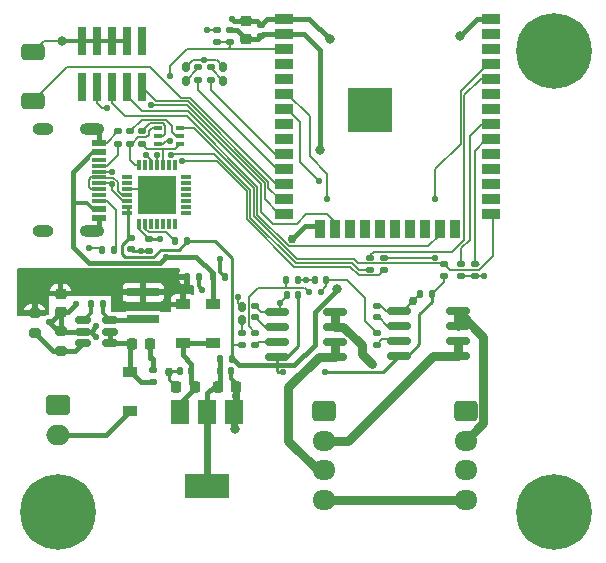
<source format=gbr>
%TF.GenerationSoftware,KiCad,Pcbnew,8.0.8*%
%TF.CreationDate,2025-02-03T14:39:09+00:00*%
%TF.ProjectId,stepper_monitor,73746570-7065-4725-9f6d-6f6e69746f72,rev?*%
%TF.SameCoordinates,Original*%
%TF.FileFunction,Copper,L1,Top*%
%TF.FilePolarity,Positive*%
%FSLAX46Y46*%
G04 Gerber Fmt 4.6, Leading zero omitted, Abs format (unit mm)*
G04 Created by KiCad (PCBNEW 8.0.8) date 2025-02-03 14:39:09*
%MOMM*%
%LPD*%
G01*
G04 APERTURE LIST*
G04 Aperture macros list*
%AMRoundRect*
0 Rectangle with rounded corners*
0 $1 Rounding radius*
0 $2 $3 $4 $5 $6 $7 $8 $9 X,Y pos of 4 corners*
0 Add a 4 corners polygon primitive as box body*
4,1,4,$2,$3,$4,$5,$6,$7,$8,$9,$2,$3,0*
0 Add four circle primitives for the rounded corners*
1,1,$1+$1,$2,$3*
1,1,$1+$1,$4,$5*
1,1,$1+$1,$6,$7*
1,1,$1+$1,$8,$9*
0 Add four rect primitives between the rounded corners*
20,1,$1+$1,$2,$3,$4,$5,0*
20,1,$1+$1,$4,$5,$6,$7,0*
20,1,$1+$1,$6,$7,$8,$9,0*
20,1,$1+$1,$8,$9,$2,$3,0*%
G04 Aperture macros list end*
%TA.AperFunction,SMDPad,CuDef*%
%ADD10RoundRect,0.140000X-0.140000X-0.170000X0.140000X-0.170000X0.140000X0.170000X-0.140000X0.170000X0*%
%TD*%
%TA.AperFunction,SMDPad,CuDef*%
%ADD11RoundRect,0.225000X0.225000X0.250000X-0.225000X0.250000X-0.225000X-0.250000X0.225000X-0.250000X0*%
%TD*%
%TA.AperFunction,SMDPad,CuDef*%
%ADD12RoundRect,0.140000X0.140000X0.170000X-0.140000X0.170000X-0.140000X-0.170000X0.140000X-0.170000X0*%
%TD*%
%TA.AperFunction,SMDPad,CuDef*%
%ADD13RoundRect,0.140000X0.170000X-0.140000X0.170000X0.140000X-0.170000X0.140000X-0.170000X-0.140000X0*%
%TD*%
%TA.AperFunction,SMDPad,CuDef*%
%ADD14RoundRect,0.140000X-0.170000X0.140000X-0.170000X-0.140000X0.170000X-0.140000X0.170000X0.140000X0*%
%TD*%
%TA.AperFunction,SMDPad,CuDef*%
%ADD15RoundRect,0.135000X-0.185000X0.135000X-0.185000X-0.135000X0.185000X-0.135000X0.185000X0.135000X0*%
%TD*%
%TA.AperFunction,SMDPad,CuDef*%
%ADD16RoundRect,0.135000X-0.135000X-0.185000X0.135000X-0.185000X0.135000X0.185000X-0.135000X0.185000X0*%
%TD*%
%TA.AperFunction,SMDPad,CuDef*%
%ADD17RoundRect,0.070000X-0.380000X0.070000X-0.380000X-0.070000X0.380000X-0.070000X0.380000X0.070000X0*%
%TD*%
%TA.AperFunction,SMDPad,CuDef*%
%ADD18RoundRect,0.070000X-0.070000X0.380000X-0.070000X-0.380000X0.070000X-0.380000X0.070000X0.380000X0*%
%TD*%
%TA.AperFunction,SMDPad,CuDef*%
%ADD19R,3.200000X3.200000*%
%TD*%
%TA.AperFunction,SMDPad,CuDef*%
%ADD20R,1.150000X0.300000*%
%TD*%
%TA.AperFunction,SMDPad,CuDef*%
%ADD21R,1.150000X0.600000*%
%TD*%
%TA.AperFunction,ComponentPad*%
%ADD22O,2.100000X1.000000*%
%TD*%
%TA.AperFunction,ComponentPad*%
%ADD23O,1.800000X1.000000*%
%TD*%
%TA.AperFunction,SMDPad,CuDef*%
%ADD24RoundRect,0.150000X0.825000X-0.150000X0.825000X0.150000X-0.825000X0.150000X-0.825000X-0.150000X0*%
%TD*%
%TA.AperFunction,ComponentPad*%
%ADD25RoundRect,0.250000X-0.725000X0.600000X-0.725000X-0.600000X0.725000X-0.600000X0.725000X0.600000X0*%
%TD*%
%TA.AperFunction,ComponentPad*%
%ADD26O,1.950000X1.700000*%
%TD*%
%TA.AperFunction,SMDPad,CuDef*%
%ADD27RoundRect,0.225000X-0.250000X0.225000X-0.250000X-0.225000X0.250000X-0.225000X0.250000X0.225000X0*%
%TD*%
%TA.AperFunction,SMDPad,CuDef*%
%ADD28R,1.200000X0.900000*%
%TD*%
%TA.AperFunction,SMDPad,CuDef*%
%ADD29R,1.500000X0.900000*%
%TD*%
%TA.AperFunction,SMDPad,CuDef*%
%ADD30R,0.900000X1.500000*%
%TD*%
%TA.AperFunction,SMDPad,CuDef*%
%ADD31R,0.900000X0.900000*%
%TD*%
%TA.AperFunction,HeatsinkPad*%
%ADD32C,0.600000*%
%TD*%
%TA.AperFunction,SMDPad,CuDef*%
%ADD33R,3.800000X3.800000*%
%TD*%
%TA.AperFunction,SMDPad,CuDef*%
%ADD34RoundRect,0.135000X0.135000X0.185000X-0.135000X0.185000X-0.135000X-0.185000X0.135000X-0.185000X0*%
%TD*%
%TA.AperFunction,SMDPad,CuDef*%
%ADD35R,1.500000X2.000000*%
%TD*%
%TA.AperFunction,SMDPad,CuDef*%
%ADD36R,3.800000X2.000000*%
%TD*%
%TA.AperFunction,SMDPad,CuDef*%
%ADD37RoundRect,0.150000X-0.512500X-0.150000X0.512500X-0.150000X0.512500X0.150000X-0.512500X0.150000X0*%
%TD*%
%TA.AperFunction,SMDPad,CuDef*%
%ADD38RoundRect,0.225000X-0.225000X-0.250000X0.225000X-0.250000X0.225000X0.250000X-0.225000X0.250000X0*%
%TD*%
%TA.AperFunction,SMDPad,CuDef*%
%ADD39RoundRect,0.350000X-0.650000X0.350000X-0.650000X-0.350000X0.650000X-0.350000X0.650000X0.350000X0*%
%TD*%
%TA.AperFunction,SMDPad,CuDef*%
%ADD40RoundRect,0.135000X0.185000X-0.135000X0.185000X0.135000X-0.185000X0.135000X-0.185000X-0.135000X0*%
%TD*%
%TA.AperFunction,SMDPad,CuDef*%
%ADD41RoundRect,0.160000X-0.160000X0.222500X-0.160000X-0.222500X0.160000X-0.222500X0.160000X0.222500X0*%
%TD*%
%TA.AperFunction,SMDPad,CuDef*%
%ADD42R,0.650000X0.400000*%
%TD*%
%TA.AperFunction,ComponentPad*%
%ADD43C,0.800000*%
%TD*%
%TA.AperFunction,ComponentPad*%
%ADD44C,6.400000*%
%TD*%
%TA.AperFunction,ComponentPad*%
%ADD45RoundRect,0.250000X-0.750000X0.600000X-0.750000X-0.600000X0.750000X-0.600000X0.750000X0.600000X0*%
%TD*%
%TA.AperFunction,ComponentPad*%
%ADD46O,2.000000X1.700000*%
%TD*%
%TA.AperFunction,SMDPad,CuDef*%
%ADD47R,2.700000X0.800000*%
%TD*%
%TA.AperFunction,SMDPad,CuDef*%
%ADD48RoundRect,0.200000X0.275000X-0.200000X0.275000X0.200000X-0.275000X0.200000X-0.275000X-0.200000X0*%
%TD*%
%TA.AperFunction,SMDPad,CuDef*%
%ADD49RoundRect,0.200000X-0.275000X0.200000X-0.275000X-0.200000X0.275000X-0.200000X0.275000X0.200000X0*%
%TD*%
%TA.AperFunction,SMDPad,CuDef*%
%ADD50R,0.740000X2.400000*%
%TD*%
%TA.AperFunction,ViaPad*%
%ADD51C,0.550000*%
%TD*%
%TA.AperFunction,ViaPad*%
%ADD52C,0.800000*%
%TD*%
%TA.AperFunction,ViaPad*%
%ADD53C,0.762000*%
%TD*%
%TA.AperFunction,Conductor*%
%ADD54C,0.406400*%
%TD*%
%TA.AperFunction,Conductor*%
%ADD55C,0.609600*%
%TD*%
%TA.AperFunction,Conductor*%
%ADD56C,0.152400*%
%TD*%
%TA.AperFunction,Conductor*%
%ADD57C,0.228600*%
%TD*%
%TA.AperFunction,Conductor*%
%ADD58C,0.304800*%
%TD*%
%TA.AperFunction,Conductor*%
%ADD59C,0.762000*%
%TD*%
G04 APERTURE END LIST*
D10*
%TO.P,C8,1*%
%TO.N,GND*%
X14286000Y12882400D03*
%TO.P,C8,2*%
%TO.N,Net-(D5-K)*%
X15246000Y12882400D03*
%TD*%
D11*
%TO.P,C10,1*%
%TO.N,GND*%
X19097000Y11587000D03*
%TO.P,C10,2*%
%TO.N,Net-(U3-VO)*%
X17547000Y11587000D03*
%TD*%
D12*
%TO.P,C11,1*%
%TO.N,GND*%
X18649600Y12907800D03*
%TO.P,C11,2*%
%TO.N,Net-(U3-VO)*%
X17689600Y12907800D03*
%TD*%
D13*
%TO.P,C4,1*%
%TO.N,GND*%
X11700000Y23120000D03*
%TO.P,C4,2*%
%TO.N,VBUS*%
X11700000Y24080000D03*
%TD*%
D14*
%TO.P,C7,1*%
%TO.N,+3V3*%
X10200000Y24180000D03*
%TO.P,C7,2*%
%TO.N,GND*%
X10200000Y23220000D03*
%TD*%
D15*
%TO.P,R6,1*%
%TO.N,Net-(D4-A)*%
X19594200Y16128800D03*
%TO.P,R6,2*%
%TO.N,+3V3*%
X19594200Y15108800D03*
%TD*%
%TO.P,R1,1*%
%TO.N,Net-(D1-A)*%
X15849600Y38616900D03*
%TO.P,R1,2*%
%TO.N,LED1*%
X15849600Y37596900D03*
%TD*%
%TO.P,R2,2*%
%TO.N,LED2*%
X16916400Y37596900D03*
%TO.P,R2,1*%
%TO.N,Net-(D2-A)*%
X16916400Y38616900D03*
%TD*%
D16*
%TO.P,R7,1*%
%TO.N,Net-(U2-~{RSTb})*%
X13890000Y23900000D03*
%TO.P,R7,2*%
%TO.N,+3V3*%
X14910000Y23900000D03*
%TD*%
D17*
%TO.P,U2,1,~{DCD}*%
%TO.N,unconnected-(U2-~{DCD}-Pad1)*%
X9853800Y29338284D03*
%TO.P,U2,2,~{RI}/CLK*%
%TO.N,unconnected-(U2-~{RI}{slash}CLK-Pad2)*%
X9853800Y28838284D03*
%TO.P,U2,3,GND*%
%TO.N,GND*%
X9853800Y28338284D03*
%TO.P,U2,4,D+*%
%TO.N,D+*%
X9853800Y27838284D03*
%TO.P,U2,5,D-*%
%TO.N,D-*%
X9853800Y27338284D03*
%TO.P,U2,6,VDD*%
%TO.N,+3V3*%
X9853800Y26838284D03*
%TO.P,U2,7,REGIN*%
X9853800Y26338284D03*
D18*
%TO.P,U2,8,VBUS*%
%TO.N,VBUS*%
X10853800Y25338284D03*
%TO.P,U2,9,~{RSTb}*%
%TO.N,Net-(U2-~{RSTb})*%
X11353800Y25338284D03*
%TO.P,U2,10,NC*%
%TO.N,unconnected-(U2-NC-Pad10)*%
X11853800Y25338284D03*
%TO.P,U2,11,~{SUSPENDb}*%
%TO.N,unconnected-(U2-~{SUSPENDb}-Pad11)*%
X12353800Y25338284D03*
%TO.P,U2,12,SUSPEND*%
%TO.N,unconnected-(U2-SUSPEND-Pad12)*%
X12853800Y25338284D03*
%TO.P,U2,13,CHREN*%
%TO.N,unconnected-(U2-CHREN-Pad13)*%
X13353800Y25338284D03*
%TO.P,U2,14,CHR1*%
%TO.N,unconnected-(U2-CHR1-Pad14)*%
X13853800Y25338284D03*
D17*
%TO.P,U2,15,CHR0*%
%TO.N,unconnected-(U2-CHR0-Pad15)*%
X14853800Y26338284D03*
%TO.P,U2,16,~{WAKEUP}/GPIO.3*%
%TO.N,unconnected-(U2-~{WAKEUP}{slash}GPIO.3-Pad16)*%
X14853800Y26838284D03*
%TO.P,U2,17,RS485/GPIO.2*%
%TO.N,unconnected-(U2-RS485{slash}GPIO.2-Pad17)*%
X14853800Y27338284D03*
%TO.P,U2,18,~{RXT}/GPIO.1*%
%TO.N,unconnected-(U2-~{RXT}{slash}GPIO.1-Pad18)*%
X14853800Y27838284D03*
%TO.P,U2,19,~{TXT}/GPIO.0*%
%TO.N,unconnected-(U2-~{TXT}{slash}GPIO.0-Pad19)*%
X14853800Y28338284D03*
%TO.P,U2,20,GPIO.6*%
%TO.N,unconnected-(U2-GPIO.6-Pad20)*%
X14853800Y28838284D03*
%TO.P,U2,21,GPIO.5*%
%TO.N,unconnected-(U2-GPIO.5-Pad21)*%
X14853800Y29338284D03*
D18*
%TO.P,U2,22,GPIO.4*%
%TO.N,unconnected-(U2-GPIO.4-Pad22)*%
X13853800Y30338284D03*
%TO.P,U2,23,~{CTS}*%
%TO.N,unconnected-(U2-~{CTS}-Pad23)*%
X13353800Y30338284D03*
%TO.P,U2,24,~{RTS}*%
%TO.N,RTS*%
X12853800Y30338284D03*
%TO.P,U2,25,RXD*%
%TO.N,Net-(U2-RXD)*%
X12353800Y30338284D03*
%TO.P,U2,26,TXD*%
%TO.N,Net-(U2-TXD)*%
X11853800Y30338284D03*
%TO.P,U2,27,~{DSR}*%
%TO.N,unconnected-(U2-~{DSR}-Pad27)*%
X11353800Y30338284D03*
%TO.P,U2,28,~{DTR}*%
%TO.N,DTR*%
X10853800Y30338284D03*
D19*
%TO.P,U2,29,GND*%
%TO.N,GND*%
X12353800Y27838284D03*
%TD*%
D20*
%TO.P,J4,A5,CC1*%
%TO.N,Net-(J4-CC1)*%
X7454600Y30307400D03*
%TO.P,J4,A6,D+*%
%TO.N,D+*%
X7454600Y29307400D03*
%TO.P,J4,A7,D-*%
%TO.N,D-*%
X7454600Y28807400D03*
%TO.P,J4,A8,SBU1*%
%TO.N,unconnected-(J4-SBU1-PadA8)*%
X7454600Y27807400D03*
%TO.P,J4,B5,CC2*%
%TO.N,Net-(J4-CC2)*%
X7454600Y27307400D03*
%TO.P,J4,B6,D+*%
%TO.N,D+*%
X7454600Y28307400D03*
%TO.P,J4,B7,D-*%
%TO.N,D-*%
X7454600Y29807400D03*
%TO.P,J4,B8,SBU2*%
%TO.N,unconnected-(J4-SBU2-PadB8)*%
X7454600Y30807400D03*
D21*
%TO.P,J4,G,GND*%
%TO.N,GND*%
X7454600Y32257400D03*
X7454600Y25857400D03*
D22*
%TO.P,J4,SHLD,SHLD*%
X6889600Y33377400D03*
D23*
X2709600Y33377400D03*
D22*
X6889600Y24737400D03*
D23*
X2709600Y24737400D03*
D21*
%TO.P,J4,VB,VBUS*%
%TO.N,VBUS*%
X7454600Y31457400D03*
X7454600Y26657400D03*
%TD*%
D15*
%TO.P,R4,1*%
%TO.N,GND*%
X9067800Y33199800D03*
%TO.P,R4,2*%
%TO.N,Net-(J4-CC1)*%
X9067800Y32179800D03*
%TD*%
D16*
%TO.P,R5,1*%
%TO.N,GND*%
X7690000Y23200000D03*
%TO.P,R5,2*%
%TO.N,Net-(J4-CC2)*%
X8710000Y23200000D03*
%TD*%
D10*
%TO.P,C14,1*%
%TO.N,GND*%
X34659000Y19428800D03*
%TO.P,C14,2*%
%TO.N,+3V3*%
X35619000Y19428800D03*
%TD*%
D24*
%TO.P,U4,1,+*%
%TO.N,Net-(J1-Pin_2)*%
X37817200Y14196400D03*
%TO.P,U4,2,+*%
X37817200Y15466400D03*
%TO.P,U4,3,-*%
%TO.N,Net-(J2-Pin_2)*%
X37817200Y16736400D03*
%TO.P,U4,4,-*%
X37817200Y18006400D03*
%TO.P,U4,5,GND*%
%TO.N,GND*%
X32867200Y18006400D03*
%TO.P,U4,6,NC*%
%TO.N,Net-(U4-NC)*%
X32867200Y16736400D03*
%TO.P,U4,7,VIOUT*%
%TO.N,Net-(U4-VIOUT)*%
X32867200Y15466400D03*
%TO.P,U4,8,VCC*%
%TO.N,+3V3*%
X32867200Y14196400D03*
%TD*%
D15*
%TO.P,R17,1*%
%TO.N,CFG1*%
X39274800Y21946000D03*
%TO.P,R17,2*%
%TO.N,GND*%
X39274800Y20926000D03*
%TD*%
D14*
%TO.P,C15,1*%
%TO.N,GND*%
X30998800Y18410200D03*
%TO.P,C15,2*%
%TO.N,Net-(U4-NC)*%
X30998800Y17450200D03*
%TD*%
D15*
%TO.P,R19,1*%
%TO.N,CHB*%
X30998800Y16179600D03*
%TO.P,R19,2*%
%TO.N,Net-(U4-VIOUT)*%
X30998800Y15159600D03*
%TD*%
D25*
%TO.P,J1,1,Pin_1*%
%TO.N,Net-(J1-Pin_1)*%
X26500000Y9500000D03*
D26*
%TO.P,J1,2,Pin_2*%
%TO.N,Net-(J1-Pin_2)*%
X26500000Y7000000D03*
%TO.P,J1,3,Pin_3*%
%TO.N,Net-(J1-Pin_3)*%
X26500000Y4500000D03*
%TO.P,J1,4,Pin_4*%
%TO.N,Net-(J1-Pin_4)*%
X26500000Y2000000D03*
%TD*%
D27*
%TO.P,C12,1*%
%TO.N,GND*%
X19900000Y42575000D03*
%TO.P,C12,2*%
%TO.N,+3V3*%
X19900000Y41025000D03*
%TD*%
D28*
%TO.P,D6,1,K*%
%TO.N,Net-(D5-K)*%
X14565000Y15254200D03*
%TO.P,D6,2,A*%
%TO.N,/Vout*%
X14565000Y18554200D03*
%TD*%
D29*
%TO.P,U7,1,GND*%
%TO.N,GND*%
X23150000Y42720000D03*
%TO.P,U7,2,VDD*%
%TO.N,+3V3*%
X23150000Y41450000D03*
%TO.P,U7,3,EN*%
%TO.N,EN*%
X23150000Y40180000D03*
%TO.P,U7,4,SENSOR_VP*%
%TO.N,unconnected-(U7-SENSOR_VP-Pad4)*%
X23150000Y38910000D03*
%TO.P,U7,5,SENSOR_VN*%
%TO.N,unconnected-(U7-SENSOR_VN-Pad5)*%
X23150000Y37640000D03*
%TO.P,U7,6,IO34*%
%TO.N,CHA*%
X23150000Y36370000D03*
%TO.P,U7,7,IO35*%
%TO.N,CHB*%
X23150000Y35100000D03*
%TO.P,U7,8,IO32*%
%TO.N,unconnected-(U7-IO32-Pad8)*%
X23150000Y33830000D03*
%TO.P,U7,9,IO33*%
%TO.N,unconnected-(U7-IO33-Pad9)*%
X23150000Y32560000D03*
%TO.P,U7,10,IO25*%
%TO.N,LED2*%
X23150000Y31290000D03*
%TO.P,U7,11,IO26*%
%TO.N,LED1*%
X23150000Y30020000D03*
%TO.P,U7,12,IO27*%
%TO.N,SWITCH*%
X23150000Y28750000D03*
%TO.P,U7,13,IO14*%
%TO.N,ESP_TMS*%
X23150000Y27480000D03*
%TO.P,U7,14,IO12*%
%TO.N,ESP_TDI*%
X23150000Y26210000D03*
D30*
%TO.P,U7,15,GND*%
%TO.N,GND*%
X26190000Y24960000D03*
%TO.P,U7,16,IO13*%
%TO.N,ESP_TCK*%
X27460000Y24960000D03*
%TO.P,U7,17,NC*%
%TO.N,unconnected-(U7-NC-Pad17)*%
X28730000Y24960000D03*
%TO.P,U7,18,NC*%
%TO.N,unconnected-(U7-NC-Pad18)*%
X30000000Y24960000D03*
%TO.P,U7,19,NC*%
%TO.N,unconnected-(U7-NC-Pad19)*%
X31270000Y24960000D03*
%TO.P,U7,20,NC*%
%TO.N,unconnected-(U7-NC-Pad20)*%
X32540000Y24960000D03*
%TO.P,U7,21,NC*%
%TO.N,unconnected-(U7-NC-Pad21)*%
X33810000Y24960000D03*
%TO.P,U7,22,NC*%
%TO.N,unconnected-(U7-NC-Pad22)*%
X35080000Y24960000D03*
%TO.P,U7,23,IO15*%
%TO.N,ESP_TDO*%
X36350000Y24960000D03*
%TO.P,U7,24,IO2*%
%TO.N,unconnected-(U7-IO2-Pad24)*%
X37620000Y24960000D03*
D29*
%TO.P,U7,25,IO0*%
%TO.N,IO0*%
X40650000Y26210000D03*
%TO.P,U7,26,IO4*%
%TO.N,unconnected-(U7-IO4-Pad26)*%
X40650000Y27480000D03*
%TO.P,U7,27,NC*%
%TO.N,unconnected-(U7-NC-Pad27)*%
X40650000Y28750000D03*
%TO.P,U7,28,IO17*%
%TO.N,unconnected-(U7-IO17-Pad28)*%
X40650000Y30020000D03*
%TO.P,U7,29,IO5*%
%TO.N,unconnected-(U7-IO5-Pad29)*%
X40650000Y31290000D03*
%TO.P,U7,30,IO18*%
%TO.N,CFG1*%
X40650000Y32560000D03*
%TO.P,U7,31,IO19*%
%TO.N,CFG2*%
X40650000Y33830000D03*
%TO.P,U7,32,NC*%
%TO.N,unconnected-(U7-NC-Pad32)*%
X40650000Y35100000D03*
%TO.P,U7,33,IO21*%
%TO.N,unconnected-(U7-IO21-Pad33)*%
X40650000Y36370000D03*
%TO.P,U7,34,RXD0/IO3*%
%TO.N,RXD0*%
X40650000Y37640000D03*
%TO.P,U7,35,TXD0/IO1*%
%TO.N,TXD0*%
X40650000Y38910000D03*
%TO.P,U7,36,IO22*%
%TO.N,unconnected-(U7-IO22-Pad36)*%
X40650000Y40180000D03*
%TO.P,U7,37,IO23*%
%TO.N,unconnected-(U7-IO23-Pad37)*%
X40650000Y41450000D03*
%TO.P,U7,38,GND*%
%TO.N,GND*%
X40650000Y42720000D03*
D31*
%TO.P,U7,39,GND*%
X29000000Y36400000D03*
D32*
X29000000Y35700000D03*
D31*
X29000000Y35000000D03*
D32*
X29000000Y34300000D03*
D31*
X29000000Y33600000D03*
D32*
X29700000Y36400000D03*
X29700000Y35000000D03*
X29700000Y33600000D03*
X30375000Y35700000D03*
X30375000Y34300000D03*
D31*
X30400000Y36400000D03*
X30400000Y35000000D03*
D33*
X30400000Y35000000D03*
D31*
X30400000Y33600000D03*
D32*
X31100000Y36400000D03*
X31100000Y35000000D03*
X31100000Y33600000D03*
D31*
X31800000Y36400000D03*
D32*
X31800000Y35700000D03*
D31*
X31800000Y35000000D03*
D32*
X31800000Y34300000D03*
D31*
X31800000Y33600000D03*
%TD*%
D10*
%TO.P,C2,1*%
%TO.N,/CB*%
X6820000Y18600000D03*
%TO.P,C2,2*%
%TO.N,/5V*%
X7780000Y18600000D03*
%TD*%
D34*
%TO.P,R16,1*%
%TO.N,+3V3*%
X18705000Y13898400D03*
%TO.P,R16,2*%
%TO.N,Net-(U3-VO)*%
X17685000Y13898400D03*
%TD*%
D35*
%TO.P,U3,1,GND*%
%TO.N,GND*%
X18920200Y9480000D03*
D36*
%TO.P,U3,2,VO*%
%TO.N,Net-(U3-VO)*%
X16620200Y3180000D03*
D35*
X16620200Y9480000D03*
%TO.P,U3,3,VI*%
%TO.N,Net-(D5-K)*%
X14320200Y9480000D03*
%TD*%
D14*
%TO.P,C9,1*%
%TO.N,GND*%
X17452600Y41777800D03*
%TO.P,C9,2*%
%TO.N,EN*%
X17452600Y40817800D03*
%TD*%
D34*
%TO.P,R8,1*%
%TO.N,GND*%
X15910000Y20900000D03*
%TO.P,R8,2*%
%TO.N,/Vout*%
X14890000Y20900000D03*
%TD*%
D37*
%TO.P,U1,1,CB*%
%TO.N,/CB*%
X6112500Y17200000D03*
%TO.P,U1,2,GND*%
%TO.N,GND*%
X6112500Y16250000D03*
%TO.P,U1,3,FB*%
%TO.N,/FB*%
X6112500Y15300000D03*
%TO.P,U1,4,EN*%
%TO.N,/VIN*%
X8387500Y15300000D03*
%TO.P,U1,5,VIN*%
X8387500Y16250000D03*
%TO.P,U1,6,SW*%
%TO.N,/5V*%
X8387500Y17200000D03*
%TD*%
D14*
%TO.P,C18,1*%
%TO.N,GND*%
X20686400Y18435600D03*
%TO.P,C18,2*%
%TO.N,Net-(U5-NC)*%
X20686400Y17475600D03*
%TD*%
D27*
%TO.P,C3,1*%
%TO.N,/Vout*%
X4200000Y19475000D03*
%TO.P,C3,2*%
%TO.N,GND*%
X4200000Y17925000D03*
%TD*%
D12*
%TO.P,C16,1*%
%TO.N,CHB*%
X26673800Y20600000D03*
%TO.P,C16,2*%
%TO.N,GND*%
X25713800Y20600000D03*
%TD*%
D15*
%TO.P,R18,1*%
%TO.N,CFG2*%
X38106400Y21946000D03*
%TO.P,R18,2*%
%TO.N,GND*%
X38106400Y20926000D03*
%TD*%
%TO.P,R15,1*%
%TO.N,RXD0*%
X30405800Y22525000D03*
%TO.P,R15,2*%
%TO.N,Net-(U2-TXD)*%
X30405800Y21505000D03*
%TD*%
D38*
%TO.P,C1,1*%
%TO.N,/VIN*%
X10225000Y15200000D03*
%TO.P,C1,2*%
%TO.N,GND*%
X11775000Y15200000D03*
%TD*%
D39*
%TO.P,SW1,1,1*%
%TO.N,GND*%
X1879600Y39943800D03*
%TO.P,SW1,2,2*%
%TO.N,SWITCH*%
X1879600Y35743800D03*
%TD*%
D28*
%TO.P,D3,1,K*%
%TO.N,/VIN*%
X10100000Y12850000D03*
%TO.P,D3,2,A*%
%TO.N,Net-(D3-A)*%
X10100000Y9550000D03*
%TD*%
D15*
%TO.P,R11,1*%
%TO.N,Net-(Q1B-B2)*%
X11099800Y33199800D03*
%TO.P,R11,2*%
%TO.N,RTS*%
X11099800Y32179800D03*
%TD*%
D40*
%TO.P,R3,1*%
%TO.N,/VIN*%
X12000000Y11990000D03*
%TO.P,R3,2*%
%TO.N,GND*%
X12000000Y13010000D03*
%TD*%
D41*
%TO.P,D1,1,K*%
%TO.N,GND*%
X14808200Y38654000D03*
%TO.P,D1,2,A*%
%TO.N,Net-(D1-A)*%
X14808200Y37509000D03*
%TD*%
D40*
%TO.P,R12,1*%
%TO.N,EN*%
X18570200Y40790000D03*
%TO.P,R12,2*%
%TO.N,+3V3*%
X18570200Y41810000D03*
%TD*%
D15*
%TO.P,R14,1*%
%TO.N,TXD0*%
X31625000Y22525000D03*
%TO.P,R14,2*%
%TO.N,Net-(U2-RXD)*%
X31625000Y21505000D03*
%TD*%
D13*
%TO.P,C13,1*%
%TO.N,+3V3*%
X21200000Y41280000D03*
%TO.P,C13,2*%
%TO.N,GND*%
X21200000Y42240000D03*
%TD*%
D42*
%TO.P,Q1,1,E1*%
%TO.N,RTS*%
X14335800Y32166800D03*
%TO.P,Q1,2,B1*%
%TO.N,Net-(Q1A-B1)*%
X14335800Y32816800D03*
%TO.P,Q1,3,C2*%
%TO.N,IO0*%
X14335800Y33466800D03*
%TO.P,Q1,4,E2*%
%TO.N,DTR*%
X12435800Y33466800D03*
%TO.P,Q1,5,B2*%
%TO.N,Net-(Q1B-B2)*%
X12435800Y32816800D03*
%TO.P,Q1,6,C1*%
%TO.N,EN*%
X12435800Y32166800D03*
%TD*%
D41*
%TO.P,D4,1,K*%
%TO.N,GND*%
X19594200Y18350300D03*
%TO.P,D4,2,A*%
%TO.N,Net-(D4-A)*%
X19594200Y17205300D03*
%TD*%
D34*
%TO.P,R9,1*%
%TO.N,GND*%
X18110000Y20900000D03*
%TO.P,R9,2*%
%TO.N,VBUS*%
X17090000Y20900000D03*
%TD*%
D15*
%TO.P,R20,1*%
%TO.N,CHA*%
X20686400Y16154200D03*
%TO.P,R20,2*%
%TO.N,Net-(U5-VIOUT)*%
X20686400Y15134200D03*
%TD*%
D43*
%TO.P,H3,1*%
%TO.N,N/C*%
X43600000Y40000000D03*
X44302944Y41697056D03*
X44302944Y38302944D03*
X46000000Y42400000D03*
D44*
X46000000Y40000000D03*
D43*
X46000000Y37600000D03*
X47697056Y41697056D03*
X47697056Y38302944D03*
X48400000Y40000000D03*
%TD*%
D41*
%TO.P,D2,1,K*%
%TO.N,GND*%
X17992100Y38657900D03*
%TO.P,D2,2,A*%
%TO.N,Net-(D2-A)*%
X17992100Y37512900D03*
%TD*%
D45*
%TO.P,J3,1,Pin_1*%
%TO.N,GND*%
X4000000Y10000000D03*
D46*
%TO.P,J3,2,Pin_2*%
%TO.N,Net-(D3-A)*%
X4000000Y7500000D03*
%TD*%
D24*
%TO.P,U5,1,+*%
%TO.N,Net-(J1-Pin_3)*%
X27479400Y14145600D03*
%TO.P,U5,2,+*%
X27479400Y15415600D03*
%TO.P,U5,3,-*%
%TO.N,Net-(J2-Pin_3)*%
X27479400Y16685600D03*
%TO.P,U5,4,-*%
X27479400Y17955600D03*
%TO.P,U5,5,GND*%
%TO.N,GND*%
X22529400Y17955600D03*
%TO.P,U5,6,NC*%
%TO.N,Net-(U5-NC)*%
X22529400Y16685600D03*
%TO.P,U5,7,VIOUT*%
%TO.N,Net-(U5-VIOUT)*%
X22529400Y15415600D03*
%TO.P,U5,8,VCC*%
%TO.N,+3V3*%
X22529400Y14145600D03*
%TD*%
D47*
%TO.P,L1,1*%
%TO.N,/5V*%
X11200000Y17300000D03*
%TO.P,L1,2*%
%TO.N,/Vout*%
X11200000Y19600000D03*
%TD*%
D10*
%TO.P,C19,1*%
%TO.N,CHA*%
X23326200Y20600000D03*
%TO.P,C19,2*%
%TO.N,GND*%
X24286200Y20600000D03*
%TD*%
%TO.P,C17,1*%
%TO.N,GND*%
X23356000Y19327200D03*
%TO.P,C17,2*%
%TO.N,+3V3*%
X24316000Y19327200D03*
%TD*%
D48*
%TO.P,R22,1*%
%TO.N,/FB*%
X4200000Y14625000D03*
%TO.P,R22,2*%
%TO.N,GND*%
X4200000Y16275000D03*
%TD*%
D38*
%TO.P,C6,1*%
%TO.N,GND*%
X14016400Y11561600D03*
%TO.P,C6,2*%
%TO.N,Net-(D5-K)*%
X15566400Y11561600D03*
%TD*%
D43*
%TO.P,H4,1*%
%TO.N,N/C*%
X43600000Y1000000D03*
X44302944Y2697056D03*
X44302944Y-697056D03*
X46000000Y3400000D03*
D44*
X46000000Y1000000D03*
D43*
X46000000Y-1400000D03*
X47697056Y2697056D03*
X47697056Y-697056D03*
X48400000Y1000000D03*
%TD*%
D49*
%TO.P,R21,1*%
%TO.N,/Vout*%
X2000000Y17825000D03*
%TO.P,R21,2*%
%TO.N,/FB*%
X2000000Y16175000D03*
%TD*%
D43*
%TO.P,H2,1*%
%TO.N,N/C*%
X1600000Y1000000D03*
X2302944Y2697056D03*
X2302944Y-697056D03*
X4000000Y3400000D03*
D44*
X4000000Y1000000D03*
D43*
X4000000Y-1400000D03*
X5697056Y2697056D03*
X5697056Y-697056D03*
X6400000Y1000000D03*
%TD*%
D15*
%TO.P,R13,1*%
%TO.N,IO0*%
X36684000Y21946000D03*
%TO.P,R13,2*%
%TO.N,+3V3*%
X36684000Y20926000D03*
%TD*%
D40*
%TO.P,R10,1*%
%TO.N,DTR*%
X10083800Y32179800D03*
%TO.P,R10,2*%
%TO.N,Net-(Q1A-B1)*%
X10083800Y33199800D03*
%TD*%
D50*
%TO.P,J5,1,Pin_1*%
%TO.N,unconnected-(J5-Pin_1-Pad1)*%
X11074400Y40835200D03*
%TO.P,J5,2,Pin_2*%
%TO.N,ESP_TMS*%
X11074400Y36935200D03*
%TO.P,J5,3,Pin_3*%
%TO.N,GND*%
X9804400Y40835200D03*
%TO.P,J5,4,Pin_4*%
%TO.N,ESP_TCK*%
X9804400Y36935200D03*
%TO.P,J5,5,Pin_5*%
%TO.N,GND*%
X8534400Y40835200D03*
%TO.P,J5,6,Pin_6*%
%TO.N,ESP_TDO*%
X8534400Y36935200D03*
%TO.P,J5,7,Pin_7*%
%TO.N,GND*%
X7264400Y40835200D03*
%TO.P,J5,8,Pin_8*%
%TO.N,ESP_TDI*%
X7264400Y36935200D03*
%TO.P,J5,9,Pin_9*%
%TO.N,GND*%
X5994400Y40835200D03*
%TO.P,J5,10,Pin_10*%
%TO.N,unconnected-(J5-Pin_10-Pad10)*%
X5994400Y36935200D03*
%TD*%
D28*
%TO.P,D5,1,K*%
%TO.N,Net-(D5-K)*%
X17079600Y15254200D03*
%TO.P,D5,2,A*%
%TO.N,VBUS*%
X17079600Y18554200D03*
%TD*%
D25*
%TO.P,J2,1,Pin_1*%
%TO.N,Net-(J1-Pin_1)*%
X38500000Y9500000D03*
D26*
%TO.P,J2,2,Pin_2*%
%TO.N,Net-(J2-Pin_2)*%
X38500000Y7000000D03*
%TO.P,J2,3,Pin_3*%
%TO.N,Net-(J2-Pin_3)*%
X38500000Y4500000D03*
%TO.P,J2,4,Pin_4*%
%TO.N,Net-(J1-Pin_4)*%
X38500000Y2000000D03*
%TD*%
D51*
%TO.N,+3V3*%
X26630000Y12801600D03*
D52*
X27595200Y19862800D03*
D51*
X23000000Y12827000D03*
D52*
X26200000Y31600000D03*
D53*
%TO.N,Net-(J2-Pin_3)*%
X30589400Y13510600D03*
X29728800Y14475800D03*
D51*
%TO.N,Net-(U2-RXD)*%
X14478000Y30683200D03*
X12353800Y31200000D03*
%TO.N,Net-(U2-TXD)*%
X11400000Y31250000D03*
X13550000Y31200000D03*
%TO.N,VBUS*%
X12600000Y24100000D03*
X13100000Y22600000D03*
%TO.N,EN*%
X13462000Y37875000D03*
X13436600Y32410400D03*
%TO.N,D-*%
X8534400Y28725200D03*
X8534400Y29792000D03*
%TO.N,ESP_TDI*%
X8100000Y35200000D03*
X11868000Y35429402D03*
%TO.N,TXD0*%
X35900000Y22527400D03*
X35900000Y27500000D03*
%TO.N,CHB*%
X26250000Y19650000D03*
X26100000Y29000000D03*
%TO.N,CHA*%
X25200000Y19600000D03*
X26800000Y27500000D03*
%TO.N,GND*%
X11900000Y14000000D03*
X11000000Y23120000D03*
X5500000Y18600000D03*
X11303000Y28930600D03*
X13436600Y28930600D03*
D53*
X34046600Y18819400D03*
D52*
X18931600Y7980200D03*
D51*
X18750000Y42750000D03*
X7200000Y15800000D03*
X16200000Y19800000D03*
X16639600Y41780600D03*
X19264000Y19177000D03*
X12319000Y27838400D03*
X13436600Y26797000D03*
D52*
X38000000Y41250000D03*
D51*
X16383000Y39243000D03*
X6600000Y23300000D03*
D53*
X23800000Y24100000D03*
X19058600Y10799600D03*
D52*
X4318000Y40866400D03*
D51*
X17700000Y22400000D03*
X25000000Y20600000D03*
X3200000Y17100000D03*
X7200000Y16700000D03*
D53*
X13394400Y12857000D03*
D51*
X40036800Y20928000D03*
D52*
X27000000Y41000000D03*
D51*
X22794400Y18692400D03*
X11303000Y26797000D03*
%TD*%
D54*
%TO.N,Net-(U3-VO)*%
X17689600Y11729600D02*
X17547000Y11587000D01*
X16620200Y11028200D02*
X16620200Y9480000D01*
X17547000Y11587000D02*
X17179000Y11587000D01*
X17689600Y12907800D02*
X17689600Y11729600D01*
X17659600Y12937800D02*
X17689600Y12907800D01*
X17179000Y11587000D02*
X16620200Y11028200D01*
D55*
X16620200Y9480000D02*
X16620200Y3180000D01*
D54*
X17659600Y14000000D02*
X17659600Y12937800D01*
D56*
%TO.N,Net-(U4-NC)*%
X31862400Y16736400D02*
X32867200Y16736400D01*
X30998800Y17450200D02*
X31148600Y17450200D01*
X31148600Y17450200D02*
X31862400Y16736400D01*
%TO.N,Net-(U5-NC)*%
X20686400Y17475600D02*
X21476400Y16685600D01*
X21476400Y16685600D02*
X22529400Y16685600D01*
%TO.N,Net-(D1-A)*%
X15849600Y38616900D02*
X15849600Y38550400D01*
X15849600Y38550400D02*
X14808200Y37509000D01*
%TO.N,Net-(D2-A)*%
X16950700Y38554300D02*
X17992100Y37512900D01*
X16950700Y38616000D02*
X16950700Y38554300D01*
D54*
%TO.N,Net-(D3-A)*%
X8050000Y7500000D02*
X10100000Y9550000D01*
X4000000Y7500000D02*
X8050000Y7500000D01*
D55*
X4500000Y7500000D02*
X4000000Y7500000D01*
D56*
%TO.N,Net-(D4-A)*%
X19594200Y17205300D02*
X19594200Y16128800D01*
D57*
%TO.N,+3V3*%
X32867200Y14162000D02*
X31506800Y12801600D01*
X22642200Y12827000D02*
X22529400Y12939800D01*
X23000000Y12827000D02*
X22642200Y12827000D01*
D54*
X21370000Y41450000D02*
X21200000Y41280000D01*
D57*
X9980000Y24180000D02*
X9400000Y23600000D01*
D54*
X19900000Y41025000D02*
X20945000Y41025000D01*
D58*
X18705600Y41810000D02*
X18570200Y41810000D01*
D57*
X22529400Y12939800D02*
X22529400Y14145600D01*
X34580200Y15189200D02*
X34580200Y17727000D01*
D56*
X18705200Y15108800D02*
X19594200Y15108800D01*
D54*
X26200000Y31600000D02*
X26200000Y40084800D01*
D56*
X36684000Y20549600D02*
X36684000Y20926000D01*
D57*
X9400000Y23600000D02*
X9400000Y22800000D01*
X9903800Y24476200D02*
X9903800Y26838284D01*
D54*
X18705200Y14020800D02*
X19314800Y13411200D01*
D58*
X32867200Y14196400D02*
X33587400Y14196400D01*
D54*
X19314800Y13411200D02*
X23963000Y13411200D01*
X27595200Y19812000D02*
X27595200Y19862800D01*
D57*
X9400000Y22800000D02*
X9626700Y22573300D01*
X34580200Y17727000D02*
X35619000Y18765800D01*
X24316000Y15057800D02*
X24316000Y19327200D01*
D56*
X22529400Y14145600D02*
X23403800Y14145600D01*
D57*
X10200000Y24180000D02*
X9903800Y24476200D01*
D54*
X25715600Y17932400D02*
X27595200Y19812000D01*
X26200000Y40084800D02*
X24806800Y41478000D01*
D57*
X12042340Y22573300D02*
X12669040Y23200000D01*
X9626700Y22573300D02*
X12042340Y22573300D01*
X10200000Y24180000D02*
X9980000Y24180000D01*
X35619000Y18765800D02*
X35619000Y19428800D01*
D54*
X23150000Y41450000D02*
X21370000Y41450000D01*
D57*
X18705200Y22479000D02*
X17284200Y23900000D01*
D58*
X23150000Y41450000D02*
X23084200Y41515800D01*
D54*
X20945000Y41025000D02*
X21200000Y41280000D01*
D57*
X31506800Y12801600D02*
X26630000Y12801600D01*
D54*
X19115000Y41810000D02*
X19900000Y41025000D01*
D57*
X17284200Y23900000D02*
X14910000Y23900000D01*
X12669040Y23200000D02*
X14210000Y23200000D01*
D56*
X35619000Y19428800D02*
X36713800Y20523600D01*
D54*
X24806800Y41478000D02*
X23400400Y41478000D01*
X23963000Y13411200D02*
X25715600Y15163800D01*
X18570200Y41810000D02*
X19115000Y41810000D01*
X25715600Y15163800D02*
X25715600Y17932400D01*
D57*
X33587400Y14196400D02*
X34580200Y15189200D01*
X14210000Y23200000D02*
X14910000Y23900000D01*
X18705200Y14020800D02*
X18705200Y22479000D01*
X32867200Y14196400D02*
X32867200Y14162000D01*
X23403800Y14145600D02*
X24316000Y15057800D01*
D59*
%TO.N,Net-(J1-Pin_2)*%
X28500000Y7000000D02*
X35696400Y14196400D01*
X37817200Y15466400D02*
X37817200Y14196400D01*
X37817200Y14196400D02*
X35696400Y14196400D01*
X26500000Y7000000D02*
X28500000Y7000000D01*
%TO.N,Net-(J1-Pin_3)*%
X23500000Y7000000D02*
X26000000Y4500000D01*
X26000000Y4500000D02*
X26500000Y4500000D01*
X23500000Y11600000D02*
X23500000Y7000000D01*
X27479400Y15415600D02*
X27479400Y14145600D01*
X26045600Y14145600D02*
X23500000Y11600000D01*
X27479400Y14145600D02*
X26045600Y14145600D01*
%TO.N,Net-(J1-Pin_4)*%
X26500000Y2000000D02*
X38500000Y2000000D01*
%TO.N,Net-(J2-Pin_2)*%
X40008400Y8508400D02*
X40008400Y15815200D01*
X40008400Y15815200D02*
X37817200Y18006400D01*
X38500000Y7000000D02*
X40008400Y8508400D01*
X37817200Y18006400D02*
X37817200Y16736400D01*
%TO.N,Net-(J2-Pin_3)*%
X30589400Y13510600D02*
X29700000Y14400000D01*
X29700000Y15136474D02*
X28150874Y16685600D01*
X27479400Y17955600D02*
X27479400Y16685600D01*
X28150874Y16685600D02*
X27479400Y16685600D01*
X29700000Y14400000D02*
X29700000Y15136474D01*
D56*
%TO.N,Net-(J4-CC1)*%
X9067800Y31238400D02*
X9067800Y32179800D01*
X7454600Y30307400D02*
X8136800Y30307400D01*
X8136800Y30307400D02*
X9067800Y31238400D01*
%TO.N,Net-(J4-CC2)*%
X8910000Y26534200D02*
X8910000Y23400000D01*
X8910000Y23400000D02*
X8710000Y23200000D01*
X8136800Y27307400D02*
X8910000Y26534200D01*
X7454600Y27307400D02*
X8136800Y27307400D01*
%TO.N,Net-(Q1A-B1)*%
X13119045Y34199701D02*
X11083701Y34199701D01*
X11083701Y34199701D02*
X10083800Y33199800D01*
X14335800Y32816800D02*
X14003600Y32816800D01*
X13665200Y33653546D02*
X13119045Y34199701D01*
X14003600Y32816800D02*
X13665200Y33155200D01*
X13665200Y33155200D02*
X13665200Y33653546D01*
%TO.N,Net-(Q1B-B2)*%
X13081000Y32984600D02*
X12913200Y32816800D01*
X11795400Y33895400D02*
X12866000Y33895400D01*
X11099800Y33199800D02*
X11795400Y33895400D01*
X13081000Y33680400D02*
X13081000Y32984600D01*
X12866000Y33895400D02*
X13081000Y33680400D01*
X12913200Y32816800D02*
X12435800Y32816800D01*
%TO.N,Net-(U2-~{RSTb})*%
X11658176Y24659684D02*
X13130316Y24659684D01*
X11353800Y24964060D02*
X11658176Y24659684D01*
X13130316Y24659684D02*
X13890000Y23900000D01*
X11353800Y25388284D02*
X11353800Y24964060D01*
%TO.N,Net-(U2-RXD)*%
X28732850Y21765400D02*
X23979339Y21765400D01*
X12353800Y30338284D02*
X12353800Y31251400D01*
X29491850Y21006400D02*
X28732850Y21765400D01*
X19960600Y25784139D02*
X19960600Y28146244D01*
X17423644Y30683200D02*
X14478000Y30683200D01*
X19960600Y28146244D02*
X17423644Y30683200D01*
X31625000Y21505000D02*
X31126400Y21006400D01*
X31126400Y21006400D02*
X29491850Y21006400D01*
X23979339Y21765400D02*
X19960600Y25784139D01*
%TO.N,Net-(U2-TXD)*%
X20265400Y28272496D02*
X17219696Y31318200D01*
X11853800Y30338284D02*
X11853800Y30818095D01*
X17219696Y31318200D02*
X13512800Y31318200D01*
X29452948Y21505000D02*
X28887748Y22070200D01*
X11853800Y30818095D02*
X11392093Y31279802D01*
X28887748Y22070200D02*
X24105591Y22070200D01*
X20265400Y25910391D02*
X20265400Y28272496D01*
X24105591Y22070200D02*
X20265400Y25910391D01*
X30405800Y21505000D02*
X29452948Y21505000D01*
%TO.N,Net-(U4-VIOUT)*%
X30998800Y15159600D02*
X31434800Y15595600D01*
X32738000Y15595600D02*
X32867200Y15466400D01*
X31434800Y15595600D02*
X32738000Y15595600D01*
%TO.N,Net-(U5-VIOUT)*%
X22529400Y15415600D02*
X20967800Y15415600D01*
X20967800Y15415600D02*
X20686400Y15134200D01*
D57*
%TO.N,VBUS*%
X12600000Y24100000D02*
X11720000Y24100000D01*
D58*
X7454600Y31457400D02*
X6946400Y31457400D01*
D54*
X17090000Y20900000D02*
X17079600Y20889600D01*
X17090000Y21210000D02*
X17090000Y20900000D01*
X6596600Y22103400D02*
X5283000Y23417000D01*
X13100000Y22600000D02*
X12603400Y22103400D01*
X13100000Y22600000D02*
X15700000Y22600000D01*
D58*
X6426200Y27175800D02*
X5308600Y27175800D01*
X5308600Y27175800D02*
X5283000Y27201400D01*
D54*
X12603400Y22103400D02*
X6596600Y22103400D01*
X15700000Y22600000D02*
X17090000Y21210000D01*
D56*
X10853800Y25338284D02*
X10853800Y24926200D01*
D57*
X11720000Y24100000D02*
X11700000Y24080000D01*
D58*
X6944600Y26657400D02*
X6426200Y27175800D01*
X6946400Y31457400D02*
X6451600Y30962600D01*
X7454600Y26657400D02*
X6944600Y26657400D01*
D54*
X5283000Y29794000D02*
X6451600Y30962600D01*
X5283000Y27201400D02*
X5283000Y29794000D01*
X17079600Y20889600D02*
X17079600Y18554200D01*
X5283000Y23417000D02*
X5283000Y27201400D01*
D56*
X10853800Y24926200D02*
X11700000Y24080000D01*
%TO.N,EN*%
X12913200Y32166800D02*
X13156800Y32410400D01*
X18400000Y40180000D02*
X23150000Y40180000D01*
X18570200Y40350200D02*
X18400000Y40180000D01*
X13462000Y37875000D02*
X13462000Y38760400D01*
X22650400Y40208000D02*
X22648200Y40208000D01*
X17452600Y40817800D02*
X18009000Y40817800D01*
X14881600Y40180000D02*
X18400000Y40180000D01*
X18570200Y40790000D02*
X18570200Y40350200D01*
X18009000Y40817800D02*
X18542400Y40817800D01*
X13156800Y32410400D02*
X13436600Y32410400D01*
X13462000Y38760400D02*
X14881600Y40180000D01*
X12435800Y32166800D02*
X12913200Y32166800D01*
D57*
X18542400Y40817800D02*
X18570200Y40790000D01*
D56*
%TO.N,D+*%
X6772400Y29307400D02*
X6578600Y29113600D01*
X9067800Y28166400D02*
X9067800Y28903998D01*
X7454600Y29307400D02*
X6772400Y29307400D01*
X8683398Y29288400D02*
X7245000Y29288400D01*
X6578600Y29113600D02*
X6578600Y28498800D01*
X6770000Y28307400D02*
X7454600Y28307400D01*
X9067800Y28903998D02*
X8683398Y29288400D01*
X9395916Y27838284D02*
X9067800Y28166400D01*
X6578600Y28498800D02*
X6770000Y28307400D01*
X9853800Y27838284D02*
X9395916Y27838284D01*
%TO.N,D-*%
X8519000Y29807400D02*
X8534400Y29792000D01*
X9853800Y27338284D02*
X9464864Y27338284D01*
X9464864Y27338284D02*
X8534400Y28268748D01*
X7454600Y29807400D02*
X8519000Y29807400D01*
X8534400Y28268748D02*
X8534400Y28725200D01*
X7454600Y28807400D02*
X8680800Y28807400D01*
%TO.N,ESP_TMS*%
X12264400Y35745200D02*
X11074400Y36935200D01*
X23150000Y27480000D02*
X22762800Y27480000D01*
X21804800Y28438000D02*
X21804800Y28964148D01*
X22762800Y27480000D02*
X21804800Y28438000D01*
X15023748Y35745200D02*
X12264400Y35745200D01*
X21804800Y28964148D02*
X15023748Y35745200D01*
%TO.N,ESP_TCK*%
X27460000Y25540000D02*
X26800000Y26200000D01*
X9804400Y36178000D02*
X9804400Y36935200D01*
X27460000Y24960000D02*
X27460000Y25540000D01*
X21195200Y28711644D02*
X14981042Y34925802D01*
X21195200Y26404800D02*
X21195200Y28711644D01*
X22200000Y25400000D02*
X21195200Y26404800D01*
X24998600Y26200000D02*
X24198600Y25400000D01*
X24198600Y25400000D02*
X22200000Y25400000D01*
X11056598Y34925802D02*
X9804400Y36178000D01*
X26800000Y26200000D02*
X24998600Y26200000D01*
X14981042Y34925802D02*
X11056598Y34925802D01*
X27455400Y24688000D02*
X27455400Y25238000D01*
%TO.N,ESP_TDO*%
X36350000Y24475000D02*
X36350000Y24960000D01*
X23562895Y23475000D02*
X35350000Y23475000D01*
X20875000Y26162895D02*
X23562895Y23475000D01*
X9645999Y34504001D02*
X14895999Y34504001D01*
X8534400Y36935200D02*
X8534400Y35615600D01*
X14895999Y34504001D02*
X20875000Y28525000D01*
X8534400Y35615600D02*
X9645999Y34504001D01*
X20875000Y28525000D02*
X20875000Y26162895D01*
X35350000Y23475000D02*
X36350000Y24475000D01*
%TO.N,ESP_TDI*%
X22734800Y26238000D02*
X23400400Y26238000D01*
X11868000Y35429402D02*
X11875398Y35436800D01*
X13923102Y35436800D02*
X13926702Y35440400D01*
X13926702Y35440400D02*
X14897496Y35440400D01*
X14897496Y35440400D02*
X21500000Y28837896D01*
X7264400Y35634000D02*
X7264400Y36935200D01*
X11875398Y35436800D02*
X13923102Y35436800D01*
X8100000Y35200000D02*
X7698400Y35200000D01*
X21500000Y27472800D02*
X22734800Y26238000D01*
X7698400Y35200000D02*
X7264400Y35634000D01*
X21500000Y28837896D02*
X21500000Y27472800D01*
%TO.N,RTS*%
X11099800Y32179800D02*
X11541400Y31738200D01*
X12900000Y30384484D02*
X12900000Y31678400D01*
X11541400Y31738200D02*
X13907200Y31738200D01*
X12853800Y30338284D02*
X12900000Y30384484D01*
X13907200Y31738200D02*
X14335800Y32166800D01*
%TO.N,DTR*%
X10764192Y32701200D02*
X11441400Y32701200D01*
X10242792Y32179800D02*
X10764192Y32701200D01*
X11902200Y33466800D02*
X12435800Y33466800D01*
X11441400Y32701200D02*
X11684000Y32943800D01*
X11684000Y32943800D02*
X11684000Y33248600D01*
X10083800Y32179800D02*
X10242792Y32179800D01*
X10853800Y30338284D02*
X10530316Y30338284D01*
X11684000Y33248600D02*
X11902200Y33466800D01*
X10058400Y32154400D02*
X10083800Y32179800D01*
X10058400Y30810200D02*
X10058400Y32154400D01*
X10530316Y30338284D02*
X10058400Y30810200D01*
%TO.N,IO0*%
X29365200Y22023800D02*
X36606200Y22023800D01*
X37191800Y21438200D02*
X36684000Y21946000D01*
X40815800Y22649050D02*
X40815800Y25822600D01*
X39604950Y21438200D02*
X37191800Y21438200D01*
X20570200Y28398748D02*
X20570200Y26036643D01*
X29014000Y22375000D02*
X29365200Y22023800D01*
X39823400Y21656650D02*
X39604950Y21438200D01*
X36606200Y22023800D02*
X36684000Y21946000D01*
X39823400Y21656650D02*
X40815800Y22649050D01*
X14335800Y33466800D02*
X15502148Y33466800D01*
X24231843Y22375000D02*
X29014000Y22375000D01*
X20570200Y26036643D02*
X24231843Y22375000D01*
X40815800Y25822600D02*
X40400400Y26238000D01*
X15502148Y33466800D02*
X20570200Y28398748D01*
%TO.N,LED1*%
X22552000Y30048000D02*
X15849600Y36750400D01*
X15849600Y36750400D02*
X15849600Y37596900D01*
X23400400Y30048000D02*
X22552000Y30048000D01*
%TO.N,LED2*%
X16916400Y36745000D02*
X16916400Y37596900D01*
X23400400Y31318000D02*
X22343400Y31318000D01*
X22343400Y31318000D02*
X16916400Y36745000D01*
%TO.N,TXD0*%
X35900000Y30000000D02*
X38072600Y32172600D01*
X38072600Y36610200D02*
X40400400Y38938000D01*
X31625000Y22525000D02*
X35897600Y22525000D01*
X35900000Y27500000D02*
X35900000Y30000000D01*
X38072600Y32172600D02*
X38072600Y36610200D01*
X35897600Y22525000D02*
X35900000Y22527400D01*
%TO.N,RXD0*%
X40400400Y37668000D02*
X39763200Y37668000D01*
X37381000Y23031000D02*
X30736000Y23031000D01*
X39763200Y37668000D02*
X38377400Y36282200D01*
X38377400Y24027400D02*
X37381000Y23031000D01*
X30736000Y23031000D02*
X30405800Y22700800D01*
X38377400Y36282200D02*
X38377400Y24027400D01*
%TO.N,CHB*%
X24500000Y34028400D02*
X23400400Y35128000D01*
X26100000Y29000000D02*
X24500000Y30600000D01*
X30008200Y19126200D02*
X30008200Y17170200D01*
X30008200Y17170200D02*
X30998800Y16179600D01*
X28560400Y20574000D02*
X30008200Y19126200D01*
X24500000Y30600000D02*
X24500000Y34028400D01*
X26673800Y20600000D02*
X28530600Y20600000D01*
X26676400Y20132200D02*
X26676400Y20625400D01*
X26250000Y19650000D02*
X26706200Y20106200D01*
%TO.N,CHA*%
X20147800Y19200000D02*
X20910600Y19962800D01*
X20153000Y18137721D02*
X20147800Y18142921D01*
X25200000Y19600000D02*
X24863200Y19936800D01*
X24833400Y19962800D02*
X23325800Y19962800D01*
X26800000Y27500000D02*
X26800000Y29600000D01*
X20686400Y16154200D02*
X20147800Y16692800D01*
X25300000Y31100000D02*
X25300000Y34498400D01*
X20147800Y16692800D02*
X20147800Y17768279D01*
X20910600Y19962800D02*
X23325800Y19962800D01*
X20153000Y17773479D02*
X20153000Y18137721D01*
X23326200Y20600000D02*
X23326200Y19963200D01*
X20147800Y17768279D02*
X20153000Y17773479D01*
X26800000Y29600000D02*
X25300000Y31100000D01*
X20147800Y18142921D02*
X20147800Y19200000D01*
X23326200Y19963200D02*
X23325800Y19962800D01*
X25300000Y34498400D02*
X23400400Y36398000D01*
%TO.N,CFG1*%
X39274800Y31572000D02*
X40262800Y32560000D01*
X39658104Y21946000D02*
X39274800Y21946000D01*
X40262800Y32560000D02*
X40650000Y32560000D01*
X39274800Y21946000D02*
X39274800Y31572000D01*
%TO.N,CFG2*%
X40400400Y33858000D02*
X39850400Y33858000D01*
X38106400Y23325348D02*
X38834600Y24053548D01*
X39850400Y33858000D02*
X38834600Y32842200D01*
X38834600Y32842200D02*
X38834600Y24053548D01*
X38004800Y22047600D02*
X38106400Y21946000D01*
X38106400Y21946000D02*
X38106400Y23325348D01*
%TO.N,SWITCH*%
X23400400Y28778000D02*
X22850400Y28778000D01*
X22450000Y28750000D02*
X15150000Y36050000D01*
X14375000Y36050000D02*
X11777000Y38648000D01*
X23150000Y28750000D02*
X22450000Y28750000D01*
X11777000Y38648000D02*
X4783800Y38648000D01*
X15150000Y36050000D02*
X14375000Y36050000D01*
X4783800Y38648000D02*
X1879600Y35743800D01*
D54*
%TO.N,Net-(D5-K)*%
X15246000Y13554000D02*
X14565000Y14235000D01*
X14320200Y10226800D02*
X14320200Y9480000D01*
X14565000Y14235000D02*
X14565000Y15254200D01*
X17079600Y15254200D02*
X14565000Y15254200D01*
X15246000Y11882000D02*
X15566400Y11561600D01*
X15566400Y11561600D02*
X15566400Y11473000D01*
X15246000Y12882400D02*
X15246000Y11882000D01*
X15566400Y11473000D02*
X14320200Y10226800D01*
X15246000Y12882400D02*
X15246000Y13554000D01*
D55*
%TO.N,GND*%
X19083800Y11573800D02*
X19083800Y9349800D01*
D58*
X9804400Y40835200D02*
X4349200Y40835200D01*
D56*
X33233600Y18006400D02*
X34656000Y19428800D01*
D54*
X21680000Y42720000D02*
X23150000Y42720000D01*
D56*
X17373600Y39243000D02*
X16383000Y39243000D01*
D54*
X4200000Y16275000D02*
X4025000Y16275000D01*
D56*
X31737600Y18006400D02*
X32867200Y18006400D01*
X7454600Y32257400D02*
X8125400Y32257400D01*
X39274800Y20926000D02*
X38106400Y20926000D01*
D54*
X6112500Y16250000D02*
X6750000Y16250000D01*
D56*
X22794400Y18692400D02*
X22794400Y18220600D01*
X2802200Y40866400D02*
X4318000Y40866400D01*
D54*
X24938000Y25238000D02*
X26185400Y25238000D01*
X4200000Y17925000D02*
X4825000Y17925000D01*
D58*
X18649600Y12236800D02*
X19021800Y11864600D01*
D54*
X18750000Y42750000D02*
X18925000Y42575000D01*
D56*
X11853800Y28338284D02*
X12353800Y27838284D01*
X8125400Y32257400D02*
X9067800Y33199800D01*
X17992100Y38657900D02*
X17407900Y39242100D01*
X7590000Y23300000D02*
X7690000Y23200000D01*
D58*
X17700000Y21310000D02*
X18110000Y20900000D01*
X16200000Y19800000D02*
X15910000Y20090000D01*
D54*
X11900000Y14000000D02*
X12000000Y13900000D01*
X6750000Y16250000D02*
X7200000Y16700000D01*
X38000000Y41250000D02*
X39470000Y42720000D01*
D57*
X14016400Y11600000D02*
X13394400Y12222000D01*
D56*
X20189800Y42367400D02*
X19816400Y42740800D01*
D54*
X20865000Y42575000D02*
X21200000Y42240000D01*
D56*
X6600000Y23300000D02*
X7590000Y23300000D01*
X21166400Y17955600D02*
X22529400Y17955600D01*
X20686400Y18435600D02*
X21166400Y17955600D01*
D57*
X13419800Y12882400D02*
X13394400Y12857000D01*
D58*
X18649600Y12907800D02*
X18649600Y12236800D01*
D56*
X21111800Y42367400D02*
X20189800Y42367400D01*
D57*
X4349200Y40835200D02*
X4318000Y40866400D01*
D56*
X19594200Y18350300D02*
X19264000Y18680500D01*
D57*
X14016400Y11561600D02*
X14016400Y11600000D01*
D56*
X11093884Y28338284D02*
X11853800Y28338284D01*
D58*
X15910000Y20090000D02*
X15910000Y20900000D01*
D55*
X19097000Y11587000D02*
X19083800Y11573800D01*
D54*
X4200000Y17925000D02*
X4200000Y16275000D01*
D56*
X32867200Y18006400D02*
X33233600Y18006400D01*
D54*
X18925000Y42575000D02*
X19900000Y42575000D01*
D56*
X25713800Y20600000D02*
X25000000Y20600000D01*
D58*
X17700000Y22400000D02*
X17700000Y21310000D01*
D56*
X23400400Y42748000D02*
X23217400Y42565000D01*
X31333800Y18410200D02*
X31737600Y18006400D01*
D54*
X3375000Y17100000D02*
X4200000Y17925000D01*
X6112500Y16250000D02*
X4225000Y16250000D01*
D56*
X22794400Y18220600D02*
X22529400Y17955600D01*
D54*
X4825000Y17925000D02*
X5500000Y18600000D01*
D56*
X9903800Y28338284D02*
X11093884Y28338284D01*
X16642400Y41777800D02*
X16639600Y41780600D01*
X34656000Y19428800D02*
X34659000Y19428800D01*
D54*
X11900000Y14000000D02*
X11775000Y14125000D01*
X23400400Y42748000D02*
X25252000Y42748000D01*
X21200000Y42240000D02*
X21680000Y42720000D01*
X12000000Y13900000D02*
X12000000Y13010000D01*
X4225000Y16250000D02*
X4200000Y16275000D01*
X39470000Y42720000D02*
X40650000Y42720000D01*
D56*
X1879600Y39943800D02*
X2802200Y40866400D01*
D54*
X7161000Y33377400D02*
X7454600Y33083800D01*
D56*
X40034800Y20926000D02*
X40036800Y20928000D01*
D57*
X10200000Y23220000D02*
X10300000Y23120000D01*
D55*
X18931600Y7980200D02*
X18920200Y8093200D01*
D56*
X17452600Y41777800D02*
X16642400Y41777800D01*
D54*
X3200000Y17100000D02*
X3375000Y17100000D01*
X23800000Y24100000D02*
X24938000Y25238000D01*
D56*
X15397200Y39243000D02*
X16383000Y39243000D01*
D57*
X14286000Y12882400D02*
X13419800Y12882400D01*
D54*
X6889600Y33377400D02*
X7161000Y33377400D01*
X19900000Y42575000D02*
X20865000Y42575000D01*
D56*
X23356000Y19327200D02*
X23356000Y19254000D01*
D55*
X18920200Y8093200D02*
X18920200Y9480000D01*
D56*
X25000000Y20600000D02*
X24286200Y20600000D01*
D54*
X7454600Y33083800D02*
X7454600Y32257400D01*
D56*
X19264000Y18680500D02*
X19264000Y19177000D01*
D54*
X4025000Y16275000D02*
X3200000Y17100000D01*
X7467400Y25112900D02*
X7467400Y25581500D01*
D57*
X11000000Y23120000D02*
X11700000Y23120000D01*
D56*
X39274800Y20926000D02*
X40034800Y20926000D01*
D57*
X10300000Y23120000D02*
X11000000Y23120000D01*
D56*
X23356000Y19254000D02*
X22794400Y18692400D01*
D54*
X25252000Y42748000D02*
X27000000Y41000000D01*
D57*
X13394400Y12222000D02*
X13394400Y12857000D01*
D54*
X6750000Y16250000D02*
X7200000Y15800000D01*
D56*
X14808200Y38654000D02*
X15397200Y39243000D01*
X30998800Y18410200D02*
X31333800Y18410200D01*
D54*
X11775000Y14125000D02*
X11775000Y15200000D01*
D58*
%TO.N,/CB*%
X6112500Y17200000D02*
X6200000Y17200000D01*
X6820000Y17820000D02*
X6820000Y18600000D01*
X6200000Y17200000D02*
X6820000Y17820000D01*
D54*
%TO.N,/FB*%
X5437500Y14625000D02*
X4200000Y14625000D01*
X3550000Y14625000D02*
X4200000Y14625000D01*
X6112500Y15300000D02*
X5437500Y14625000D01*
X2000000Y16175000D02*
X3550000Y14625000D01*
%TO.N,/VIN*%
X10125000Y15300000D02*
X10200000Y15225000D01*
X10100000Y15075000D02*
X10225000Y15200000D01*
X8387500Y16250000D02*
X8387500Y15300000D01*
X10100000Y12850000D02*
X10100000Y15075000D01*
X11010000Y11990000D02*
X12000000Y11990000D01*
X10150000Y12850000D02*
X11010000Y11990000D01*
X10100000Y12850000D02*
X10150000Y12850000D01*
X8387500Y15300000D02*
X10125000Y15300000D01*
%TO.N,/5V*%
X8387500Y17200000D02*
X11100000Y17200000D01*
D58*
X7780000Y18600000D02*
X7780000Y17807500D01*
X7780000Y17807500D02*
X8387500Y17200000D01*
D54*
X11100000Y17200000D02*
X11200000Y17300000D01*
%TD*%
%TA.AperFunction,Conductor*%
%TO.N,/Vout*%
G36*
X6524460Y21599700D02*
G01*
X6530287Y21599700D01*
X12675540Y21599700D01*
X12680118Y21600000D01*
X14224451Y21600000D01*
X14291490Y21580315D01*
X14337245Y21527511D01*
X14347189Y21458353D01*
X14323255Y21401075D01*
X14284278Y21349676D01*
X14230324Y21212858D01*
X14230324Y21212857D01*
X14222776Y21150000D01*
X15016000Y21150000D01*
X15083039Y21130315D01*
X15128794Y21077511D01*
X15140000Y21026000D01*
X15140000Y20188779D01*
X15152860Y20190324D01*
X15287611Y20243463D01*
X15357197Y20249744D01*
X15419133Y20217407D01*
X15453754Y20156718D01*
X15457100Y20128108D01*
X15457100Y20030375D01*
X15487965Y19915183D01*
X15490562Y19908914D01*
X15500000Y19861464D01*
X15500000Y19484789D01*
X15480315Y19417750D01*
X15427511Y19371995D01*
X15358353Y19362051D01*
X15319705Y19374304D01*
X15290144Y19389366D01*
X15196485Y19404199D01*
X14815000Y19404199D01*
X14815000Y18428200D01*
X14795315Y18361161D01*
X14742511Y18315406D01*
X14691000Y18304200D01*
X13565001Y18304200D01*
X13565001Y18072720D01*
X13569645Y18043396D01*
X13560689Y17974102D01*
X13515691Y17920651D01*
X13448939Y17900013D01*
X13447171Y17900000D01*
X12826333Y17900000D01*
X12759294Y17919685D01*
X12738652Y17936319D01*
X12722765Y17952206D01*
X12619991Y17997585D01*
X12594865Y18000500D01*
X9805136Y18000499D01*
X9805122Y18000497D01*
X9805117Y18000497D01*
X9780012Y17997586D01*
X9780010Y17997585D01*
X9780009Y17997585D01*
X9726825Y17974102D01*
X9677235Y17952206D01*
X9661348Y17936319D01*
X9600025Y17902834D01*
X9573667Y17900000D01*
X8624000Y17900000D01*
X8556961Y17919685D01*
X8511206Y17972489D01*
X8500000Y18024000D01*
X8500000Y19168520D01*
X9450001Y19168520D01*
X9464835Y19074850D01*
X9464837Y19074844D01*
X9522356Y18961958D01*
X9522363Y18961949D01*
X9611949Y18872363D01*
X9611953Y18872360D01*
X9724855Y18814833D01*
X9818514Y18800000D01*
X10950000Y18800000D01*
X11450000Y18800000D01*
X12581479Y18800000D01*
X12675149Y18814835D01*
X12675155Y18814837D01*
X12788041Y18872356D01*
X12788050Y18872363D01*
X12877636Y18961949D01*
X12877639Y18961953D01*
X12915208Y19035686D01*
X13565000Y19035686D01*
X13565000Y18804200D01*
X14315000Y18804200D01*
X14315000Y19404199D01*
X13933521Y19404199D01*
X13839850Y19389364D01*
X13839844Y19389362D01*
X13726958Y19331843D01*
X13726949Y19331836D01*
X13637363Y19242250D01*
X13637360Y19242246D01*
X13579833Y19129344D01*
X13565000Y19035686D01*
X12915208Y19035686D01*
X12935166Y19074855D01*
X12950000Y19168513D01*
X12950000Y19350000D01*
X11450000Y19350000D01*
X11450000Y18800000D01*
X10950000Y18800000D01*
X10950000Y19350000D01*
X9450001Y19350000D01*
X9450001Y19168520D01*
X8500000Y19168520D01*
X8500000Y19250000D01*
X3284727Y19250000D01*
X3250000Y19250000D01*
X3250000Y17795793D01*
X3230315Y17728754D01*
X3177511Y17682999D01*
X3142188Y17672854D01*
X3049764Y17660687D01*
X2909767Y17602698D01*
X2907064Y17600624D01*
X2904370Y17599583D01*
X2902727Y17598634D01*
X2902579Y17598890D01*
X2841897Y17575430D01*
X2831578Y17575000D01*
X1114345Y17575000D01*
X1082524Y17554817D01*
X1048299Y17550000D01*
X624500Y17550000D01*
X557461Y17569685D01*
X511706Y17622489D01*
X500500Y17674000D01*
X500500Y18075000D01*
X1126406Y18075000D01*
X1750000Y18075000D01*
X1750000Y18624998D01*
X2250000Y18624998D01*
X2250000Y18075000D01*
X2873592Y18075000D01*
X2873593Y18075001D01*
X2859557Y18181627D01*
X2859555Y18181633D01*
X2799100Y18327585D01*
X2702924Y18452924D01*
X2577586Y18549100D01*
X2431634Y18609554D01*
X2431630Y18609555D01*
X2314323Y18624999D01*
X2250000Y18624998D01*
X1750000Y18624998D01*
X1750000Y18624999D01*
X1685676Y18624999D01*
X1568371Y18609557D01*
X1568366Y18609555D01*
X1422414Y18549100D01*
X1297075Y18452924D01*
X1200899Y18327586D01*
X1140445Y18181634D01*
X1140444Y18181630D01*
X1126406Y18075000D01*
X500500Y18075000D01*
X500500Y19763118D01*
X3325000Y19763118D01*
X3325000Y19725000D01*
X3950000Y19725000D01*
X4450000Y19725000D01*
X5075000Y19725000D01*
X5075000Y19763105D01*
X5074999Y19763118D01*
X5072211Y19798547D01*
X5072210Y19798553D01*
X5028156Y19950185D01*
X5028155Y19950188D01*
X4980076Y20031486D01*
X9450000Y20031486D01*
X9450000Y19850000D01*
X10950000Y19850000D01*
X11450000Y19850000D01*
X12949999Y19850000D01*
X12949999Y20031479D01*
X12935164Y20125149D01*
X12935162Y20125155D01*
X12877643Y20238041D01*
X12877636Y20238050D01*
X12788050Y20327636D01*
X12788046Y20327639D01*
X12675144Y20385166D01*
X12581485Y20399999D01*
X11450000Y20399999D01*
X11450000Y19850000D01*
X10950000Y19850000D01*
X10950000Y20399999D01*
X9818521Y20399999D01*
X9724850Y20385164D01*
X9724844Y20385162D01*
X9611958Y20327643D01*
X9611949Y20327636D01*
X9522363Y20238050D01*
X9522360Y20238046D01*
X9464833Y20125144D01*
X9450000Y20031486D01*
X4980076Y20031486D01*
X4947773Y20086108D01*
X4947767Y20086116D01*
X4836116Y20197767D01*
X4836108Y20197773D01*
X4700188Y20278155D01*
X4700185Y20278156D01*
X4548553Y20322210D01*
X4548547Y20322211D01*
X4513118Y20324999D01*
X4513106Y20325000D01*
X4450000Y20325000D01*
X4450000Y19725000D01*
X3950000Y19725000D01*
X3950000Y20325000D01*
X3886894Y20325000D01*
X3886881Y20324999D01*
X3851452Y20322211D01*
X3851446Y20322210D01*
X3699814Y20278156D01*
X3699811Y20278155D01*
X3563891Y20197773D01*
X3563883Y20197767D01*
X3452232Y20086116D01*
X3452226Y20086108D01*
X3371844Y19950188D01*
X3371843Y19950185D01*
X3327789Y19798553D01*
X3327788Y19798547D01*
X3325000Y19763118D01*
X500500Y19763118D01*
X500500Y20650000D01*
X14222776Y20650000D01*
X14230324Y20587142D01*
X14230324Y20587141D01*
X14284278Y20450323D01*
X14373140Y20333140D01*
X14490323Y20244278D01*
X14627141Y20190324D01*
X14640000Y20188779D01*
X14640000Y20650000D01*
X14222776Y20650000D01*
X500500Y20650000D01*
X500500Y21476000D01*
X520185Y21543039D01*
X572989Y21588794D01*
X624500Y21600000D01*
X6519882Y21600000D01*
X6524460Y21599700D01*
G37*
%TD.AperFunction*%
%TD*%
M02*

</source>
